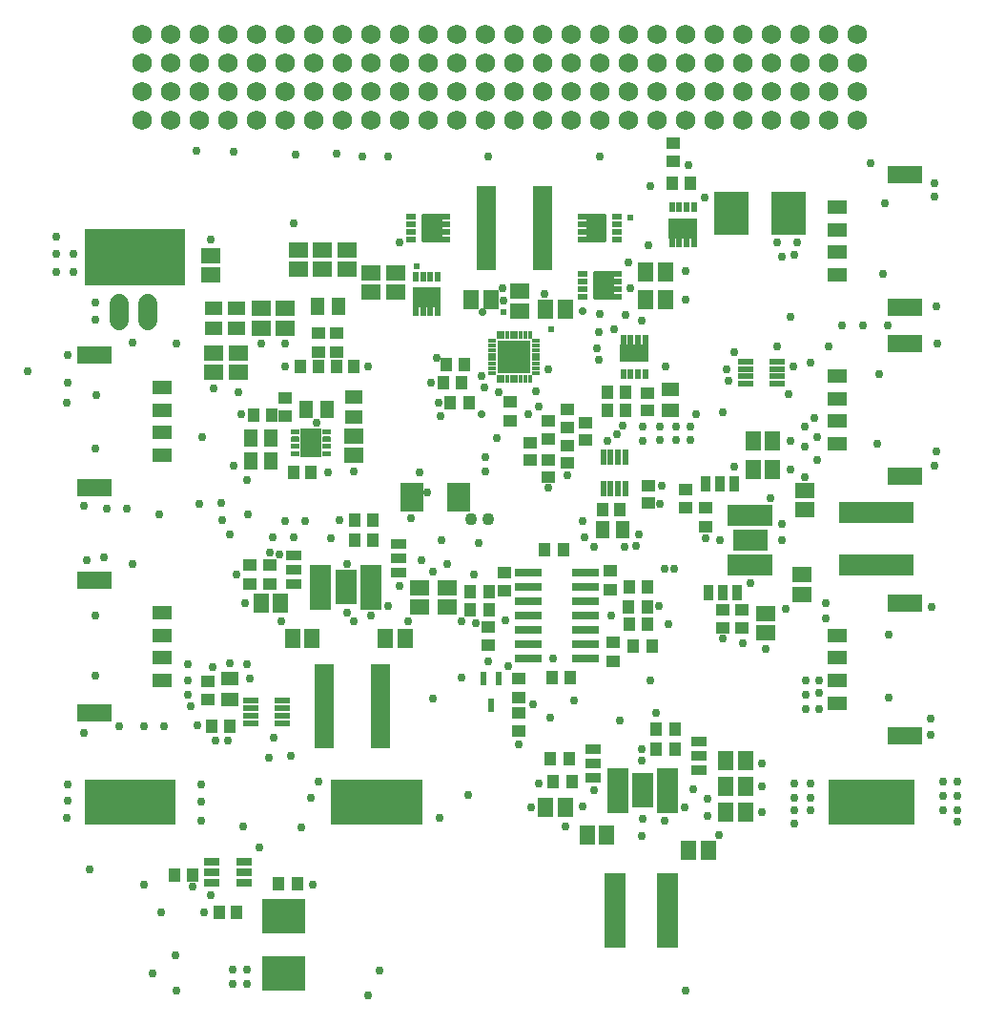
<source format=gbr>
G04 EAGLE Gerber RS-274X export*
G75*
%MOMM*%
%FSLAX34Y34*%
%LPD*%
%INSoldermask Top*%
%IPPOS*%
%AMOC8*
5,1,8,0,0,1.08239X$1,22.5*%
G01*
G04 Define Apertures*
%ADD10R,1.889000X0.482600*%
%ADD11R,1.854200X3.048000*%
%ADD12R,1.653200X1.303200*%
%ADD13R,3.103200X1.553200*%
%ADD14R,0.634200X1.400900*%
%ADD15R,0.482600X1.889000*%
%ADD16R,3.048000X1.854200*%
%ADD17R,1.400900X0.634200*%
%ADD18R,1.668500X1.367800*%
%ADD19R,1.367800X1.668500*%
%ADD20R,1.173400X1.124100*%
%ADD21R,1.124100X1.173400*%
%ADD22C,1.727200*%
%ADD23R,1.803200X7.553200*%
%ADD24R,1.903200X6.703200*%
%ADD25R,6.703200X1.903200*%
%ADD26R,0.603200X0.903200*%
%ADD27R,0.903200X0.603200*%
%ADD28R,0.508000X0.812800*%
%ADD29R,2.641600X1.600200*%
%ADD30C,1.727200*%
%ADD31R,1.623400X1.234400*%
%ADD32R,1.001900X1.177100*%
%ADD33R,1.177100X1.001900*%
%ADD34R,1.234400X1.623400*%
%ADD35R,1.473200X0.838200*%
%ADD36R,0.838200X1.473200*%
%ADD37R,0.753200X0.403200*%
%ADD38R,0.403200X0.753200*%
%ADD39R,2.997200X2.997200*%
%ADD40C,1.011200*%
%ADD41R,0.609600X1.282700*%
%ADD42R,2.473200X0.761200*%
%ADD43R,1.375500X0.761200*%
%ADD44R,2.016000X0.533400*%
%ADD45C,0.753200*%
%ADD46C,0.603200*%
%ADD47C,0.703200*%
%ADD48C,1.103200*%
G36*
X-368300Y240030D02*
X-279400Y240030D01*
X-279400Y190500D01*
X-368300Y190500D01*
X-368300Y240030D01*
G37*
G36*
X-368000Y-248290D02*
X-288000Y-248000D01*
X-288000Y-288000D01*
X-368000Y-288290D01*
X-368000Y-248290D01*
G37*
G36*
X292100Y-248000D02*
X368300Y-248000D01*
X368300Y-288000D01*
X292100Y-288000D01*
X292100Y-248000D01*
G37*
G36*
X-210820Y-405130D02*
X-172720Y-405130D01*
X-172720Y-435610D01*
X-210820Y-435610D01*
X-210820Y-405130D01*
G37*
G36*
X-210820Y-354330D02*
X-172720Y-354330D01*
X-172720Y-384810D01*
X-210820Y-384810D01*
X-210820Y-354330D01*
G37*
G36*
X190500Y234950D02*
X190500Y273050D01*
X220980Y273050D01*
X220980Y234950D01*
X190500Y234950D01*
G37*
G36*
X241300Y234950D02*
X241300Y273050D01*
X271780Y273050D01*
X271780Y234950D01*
X241300Y234950D01*
G37*
G36*
X-158640Y63550D02*
X-158640Y38050D01*
X-176640Y38050D01*
X-176640Y63550D01*
X-158640Y63550D01*
G37*
G36*
X-77135Y171134D02*
X-77147Y171256D01*
X-77147Y187954D01*
X-77135Y188076D01*
X-77097Y188200D01*
X-77036Y188314D01*
X-76954Y188414D01*
X-76854Y188496D01*
X-76740Y188557D01*
X-76616Y188595D01*
X-76494Y188607D01*
X-53046Y188607D01*
X-52924Y188595D01*
X-52800Y188557D01*
X-52686Y188496D01*
X-52586Y188414D01*
X-52504Y188314D01*
X-52443Y188200D01*
X-52405Y188076D01*
X-52393Y187954D01*
X-52393Y171256D01*
X-52405Y171134D01*
X-52443Y171010D01*
X-52504Y170896D01*
X-52586Y170796D01*
X-52686Y170714D01*
X-52800Y170653D01*
X-52924Y170615D01*
X-53046Y170603D01*
X-76494Y170603D01*
X-76616Y170615D01*
X-76740Y170653D01*
X-76854Y170714D01*
X-76954Y170796D01*
X-77036Y170896D01*
X-77097Y171010D01*
X-77135Y171134D01*
G37*
G36*
X-51754Y228935D02*
X-51876Y228923D01*
X-68574Y228923D01*
X-68696Y228935D01*
X-68820Y228973D01*
X-68934Y229034D01*
X-69034Y229116D01*
X-69116Y229216D01*
X-69177Y229330D01*
X-69215Y229454D01*
X-69227Y229576D01*
X-69227Y253024D01*
X-69215Y253146D01*
X-69177Y253270D01*
X-69116Y253384D01*
X-69034Y253484D01*
X-68934Y253566D01*
X-68820Y253627D01*
X-68696Y253665D01*
X-68574Y253677D01*
X-51876Y253677D01*
X-51754Y253665D01*
X-51630Y253627D01*
X-51516Y253566D01*
X-51416Y253484D01*
X-51334Y253384D01*
X-51273Y253270D01*
X-51235Y253146D01*
X-51223Y253024D01*
X-51223Y229576D01*
X-51235Y229454D01*
X-51273Y229330D01*
X-51334Y229216D01*
X-51416Y229116D01*
X-51516Y229034D01*
X-51630Y228973D01*
X-51754Y228935D01*
G37*
G36*
X77154Y253665D02*
X77276Y253677D01*
X93974Y253677D01*
X94096Y253665D01*
X94220Y253627D01*
X94334Y253566D01*
X94434Y253484D01*
X94516Y253384D01*
X94577Y253270D01*
X94615Y253146D01*
X94627Y253024D01*
X94627Y229576D01*
X94615Y229454D01*
X94577Y229330D01*
X94516Y229216D01*
X94434Y229116D01*
X94334Y229034D01*
X94220Y228973D01*
X94096Y228935D01*
X93974Y228923D01*
X77276Y228923D01*
X77154Y228935D01*
X77030Y228973D01*
X76916Y229034D01*
X76816Y229116D01*
X76734Y229216D01*
X76673Y229330D01*
X76635Y229454D01*
X76623Y229576D01*
X76623Y253024D01*
X76635Y253146D01*
X76673Y253270D01*
X76734Y253384D01*
X76816Y253484D01*
X76916Y253566D01*
X77030Y253627D01*
X77154Y253665D01*
G37*
G36*
X100646Y178135D02*
X100524Y178123D01*
X83826Y178123D01*
X83704Y178135D01*
X83580Y178173D01*
X83466Y178234D01*
X83366Y178316D01*
X83284Y178416D01*
X83223Y178530D01*
X83185Y178654D01*
X83173Y178776D01*
X83173Y202224D01*
X83185Y202346D01*
X83223Y202470D01*
X83284Y202584D01*
X83366Y202684D01*
X83466Y202766D01*
X83580Y202827D01*
X83704Y202865D01*
X83826Y202877D01*
X100524Y202877D01*
X100646Y202865D01*
X100770Y202827D01*
X100884Y202766D01*
X100984Y202684D01*
X101066Y202584D01*
X101127Y202470D01*
X101165Y202346D01*
X101177Y202224D01*
X101177Y178776D01*
X101165Y178654D01*
X101127Y178530D01*
X101066Y178416D01*
X100984Y178316D01*
X100884Y178234D01*
X100770Y178173D01*
X100646Y178135D01*
G37*
G36*
X150195Y232580D02*
X150183Y232702D01*
X150183Y249400D01*
X150195Y249522D01*
X150233Y249646D01*
X150294Y249760D01*
X150376Y249860D01*
X150476Y249942D01*
X150590Y250003D01*
X150714Y250041D01*
X150836Y250053D01*
X174284Y250053D01*
X174406Y250041D01*
X174530Y250003D01*
X174644Y249942D01*
X174744Y249860D01*
X174826Y249760D01*
X174887Y249646D01*
X174925Y249522D01*
X174937Y249400D01*
X174937Y232702D01*
X174925Y232580D01*
X174887Y232456D01*
X174826Y232342D01*
X174744Y232242D01*
X174644Y232160D01*
X174530Y232099D01*
X174406Y232061D01*
X174284Y232049D01*
X150836Y232049D01*
X150714Y232061D01*
X150590Y232099D01*
X150476Y232160D01*
X150376Y232242D01*
X150294Y232342D01*
X150233Y232456D01*
X150195Y232580D01*
G37*
G36*
X-178229Y38841D02*
X-178435Y38800D01*
X-184845Y38800D01*
X-185051Y38841D01*
X-185230Y38960D01*
X-185349Y39139D01*
X-185390Y39345D01*
X-185390Y42755D01*
X-185349Y42961D01*
X-185230Y43140D01*
X-185051Y43259D01*
X-184845Y43300D01*
X-178435Y43300D01*
X-178229Y43259D01*
X-178050Y43140D01*
X-177931Y42961D01*
X-177890Y42755D01*
X-177890Y39345D01*
X-177931Y39139D01*
X-178050Y38960D01*
X-178229Y38841D01*
G37*
G36*
X-178229Y45341D02*
X-178435Y45300D01*
X-184845Y45300D01*
X-185051Y45341D01*
X-185230Y45460D01*
X-185349Y45639D01*
X-185390Y45845D01*
X-185390Y49255D01*
X-185349Y49461D01*
X-185230Y49640D01*
X-185051Y49759D01*
X-184845Y49800D01*
X-178435Y49800D01*
X-178229Y49759D01*
X-178050Y49640D01*
X-177931Y49461D01*
X-177890Y49255D01*
X-177890Y45845D01*
X-177931Y45639D01*
X-178050Y45460D01*
X-178229Y45341D01*
G37*
G36*
X-178229Y51841D02*
X-178435Y51800D01*
X-184845Y51800D01*
X-185051Y51841D01*
X-185230Y51960D01*
X-185349Y52139D01*
X-185390Y52345D01*
X-185390Y55755D01*
X-185349Y55961D01*
X-185230Y56140D01*
X-185051Y56259D01*
X-184845Y56300D01*
X-178435Y56300D01*
X-178229Y56259D01*
X-178050Y56140D01*
X-177931Y55961D01*
X-177890Y55755D01*
X-177890Y52345D01*
X-177931Y52139D01*
X-178050Y51960D01*
X-178229Y51841D01*
G37*
G36*
X-178229Y58341D02*
X-178435Y58300D01*
X-184845Y58300D01*
X-185051Y58341D01*
X-185230Y58460D01*
X-185349Y58639D01*
X-185390Y58845D01*
X-185390Y62255D01*
X-185349Y62461D01*
X-185230Y62640D01*
X-185051Y62759D01*
X-184845Y62800D01*
X-178435Y62800D01*
X-178229Y62759D01*
X-178050Y62640D01*
X-177931Y62461D01*
X-177890Y62255D01*
X-177890Y58845D01*
X-177931Y58639D01*
X-178050Y58460D01*
X-178229Y58341D01*
G37*
G36*
X-150229Y38841D02*
X-150435Y38800D01*
X-156845Y38800D01*
X-157051Y38841D01*
X-157230Y38960D01*
X-157349Y39139D01*
X-157390Y39345D01*
X-157390Y42755D01*
X-157349Y42961D01*
X-157230Y43140D01*
X-157051Y43259D01*
X-156845Y43300D01*
X-150435Y43300D01*
X-150229Y43259D01*
X-150050Y43140D01*
X-149931Y42961D01*
X-149890Y42755D01*
X-149890Y39345D01*
X-149931Y39139D01*
X-150050Y38960D01*
X-150229Y38841D01*
G37*
G36*
X-150229Y45341D02*
X-150435Y45300D01*
X-156845Y45300D01*
X-157051Y45341D01*
X-157230Y45460D01*
X-157349Y45639D01*
X-157390Y45845D01*
X-157390Y49255D01*
X-157349Y49461D01*
X-157230Y49640D01*
X-157051Y49759D01*
X-156845Y49800D01*
X-150435Y49800D01*
X-150229Y49759D01*
X-150050Y49640D01*
X-149931Y49461D01*
X-149890Y49255D01*
X-149890Y45845D01*
X-149931Y45639D01*
X-150050Y45460D01*
X-150229Y45341D01*
G37*
G36*
X-150229Y51841D02*
X-150435Y51800D01*
X-156845Y51800D01*
X-157051Y51841D01*
X-157230Y51960D01*
X-157349Y52139D01*
X-157390Y52345D01*
X-157390Y55755D01*
X-157349Y55961D01*
X-157230Y56140D01*
X-157051Y56259D01*
X-156845Y56300D01*
X-150435Y56300D01*
X-150229Y56259D01*
X-150050Y56140D01*
X-149931Y55961D01*
X-149890Y55755D01*
X-149890Y52345D01*
X-149931Y52139D01*
X-150050Y51960D01*
X-150229Y51841D01*
G37*
G36*
X-150229Y58341D02*
X-150435Y58300D01*
X-156845Y58300D01*
X-157051Y58341D01*
X-157230Y58460D01*
X-157349Y58639D01*
X-157390Y58845D01*
X-157390Y62255D01*
X-157349Y62461D01*
X-157230Y62640D01*
X-157051Y62759D01*
X-156845Y62800D01*
X-150435Y62800D01*
X-150229Y62759D01*
X-150050Y62640D01*
X-149931Y62461D01*
X-149890Y62255D01*
X-149890Y58845D01*
X-149931Y58639D01*
X-150050Y58460D01*
X-150229Y58341D01*
G37*
G36*
X-72893Y168503D02*
X-76147Y168503D01*
X-76147Y173757D01*
X-72893Y173757D01*
X-72893Y168503D01*
G37*
G36*
X-66393Y168503D02*
X-69647Y168503D01*
X-69647Y173757D01*
X-66393Y173757D01*
X-66393Y168503D01*
G37*
G36*
X-59893Y168503D02*
X-63147Y168503D01*
X-63147Y173757D01*
X-59893Y173757D01*
X-59893Y168503D01*
G37*
G36*
X-53393Y168503D02*
X-56647Y168503D01*
X-56647Y173757D01*
X-53393Y173757D01*
X-53393Y168503D01*
G37*
G36*
X-49123Y233177D02*
X-49123Y229923D01*
X-54377Y229923D01*
X-54377Y233177D01*
X-49123Y233177D01*
G37*
G36*
X-49123Y239677D02*
X-49123Y236423D01*
X-54377Y236423D01*
X-54377Y239677D01*
X-49123Y239677D01*
G37*
G36*
X-49123Y246177D02*
X-49123Y242923D01*
X-54377Y242923D01*
X-54377Y246177D01*
X-49123Y246177D01*
G37*
G36*
X-49123Y252677D02*
X-49123Y249423D01*
X-54377Y249423D01*
X-54377Y252677D01*
X-49123Y252677D01*
G37*
G36*
X74523Y229923D02*
X74523Y233177D01*
X79777Y233177D01*
X79777Y229923D01*
X74523Y229923D01*
G37*
G36*
X74523Y236423D02*
X74523Y239677D01*
X79777Y239677D01*
X79777Y236423D01*
X74523Y236423D01*
G37*
G36*
X74523Y242923D02*
X74523Y246177D01*
X79777Y246177D01*
X79777Y242923D01*
X74523Y242923D01*
G37*
G36*
X74523Y249423D02*
X74523Y252677D01*
X79777Y252677D01*
X79777Y249423D01*
X74523Y249423D01*
G37*
G36*
X103277Y182377D02*
X103277Y179123D01*
X98023Y179123D01*
X98023Y182377D01*
X103277Y182377D01*
G37*
G36*
X103277Y188877D02*
X103277Y185623D01*
X98023Y185623D01*
X98023Y188877D01*
X103277Y188877D01*
G37*
G36*
X103277Y195377D02*
X103277Y192123D01*
X98023Y192123D01*
X98023Y195377D01*
X103277Y195377D01*
G37*
G36*
X103277Y201877D02*
X103277Y198623D01*
X98023Y198623D01*
X98023Y201877D01*
X103277Y201877D01*
G37*
G36*
X154437Y229949D02*
X151183Y229949D01*
X151183Y235203D01*
X154437Y235203D01*
X154437Y229949D01*
G37*
G36*
X160937Y229949D02*
X157683Y229949D01*
X157683Y235203D01*
X160937Y235203D01*
X160937Y229949D01*
G37*
G36*
X167437Y229949D02*
X164183Y229949D01*
X164183Y235203D01*
X167437Y235203D01*
X167437Y229949D01*
G37*
G36*
X173937Y229949D02*
X170683Y229949D01*
X170683Y235203D01*
X173937Y235203D01*
X173937Y229949D01*
G37*
G36*
X-149500Y-288000D02*
X-149500Y-248000D01*
X-68580Y-248000D01*
X-68580Y-288000D01*
X-149500Y-288000D01*
G37*
D10*
X-114269Y-94970D03*
X-114269Y-89970D03*
X-114269Y-84970D03*
X-114269Y-79970D03*
X-114269Y-74970D03*
X-114269Y-69970D03*
X-114269Y-64970D03*
X-114269Y-59970D03*
X-158957Y-59970D03*
X-158957Y-64970D03*
X-158957Y-69970D03*
X-158957Y-74970D03*
X-158957Y-79970D03*
X-158957Y-84970D03*
X-158957Y-89970D03*
X-158957Y-94970D03*
D11*
X-136613Y-77470D03*
D12*
X-300000Y100000D03*
X-300000Y80000D03*
X-300000Y60000D03*
X-300000Y40000D03*
D13*
X-359750Y128950D03*
X-359750Y11050D03*
D12*
X300000Y50000D03*
X300000Y70000D03*
X300000Y90000D03*
X300000Y110000D03*
D13*
X359750Y21050D03*
X359750Y138950D03*
D14*
X91850Y9886D03*
X98350Y9886D03*
X104850Y9886D03*
X111350Y9886D03*
X111350Y38374D03*
X104850Y38374D03*
X98350Y38374D03*
X91850Y38374D03*
D15*
X239750Y-13216D03*
X234750Y-13216D03*
X229750Y-13216D03*
X224750Y-13216D03*
X219750Y-13216D03*
X214750Y-13216D03*
X209750Y-13216D03*
X204750Y-13216D03*
X204750Y-57904D03*
X209750Y-57904D03*
X214750Y-57904D03*
X219750Y-57904D03*
X224750Y-57904D03*
X229750Y-57904D03*
X234750Y-57904D03*
X239750Y-57904D03*
D16*
X222250Y-35560D03*
D12*
X-300000Y-100000D03*
X-300000Y-120000D03*
X-300000Y-140000D03*
X-300000Y-160000D03*
D13*
X-359750Y-71050D03*
X-359750Y-188950D03*
D12*
X300000Y-180000D03*
X300000Y-160000D03*
X300000Y-140000D03*
X300000Y-120000D03*
D13*
X359750Y-208950D03*
X359750Y-91050D03*
D17*
X246654Y103280D03*
X246654Y109780D03*
X246654Y116280D03*
X246654Y122780D03*
X218166Y122780D03*
X218166Y116280D03*
X218166Y109780D03*
X218166Y103280D03*
D10*
X149344Y-275310D03*
X149344Y-270310D03*
X149344Y-265310D03*
X149344Y-260310D03*
X149344Y-255310D03*
X149344Y-250310D03*
X149344Y-245310D03*
X149344Y-240310D03*
X104656Y-240310D03*
X104656Y-245310D03*
X104656Y-250310D03*
X104656Y-255310D03*
X104656Y-260310D03*
X104656Y-265310D03*
X104656Y-270310D03*
X104656Y-275310D03*
D11*
X127000Y-257810D03*
D12*
X300000Y200000D03*
X300000Y220000D03*
X300000Y240000D03*
X300000Y260000D03*
D13*
X359750Y171050D03*
X359750Y288950D03*
D17*
X-221254Y-178210D03*
X-221254Y-184710D03*
X-221254Y-191210D03*
X-221254Y-197710D03*
X-192766Y-197710D03*
X-192766Y-191210D03*
X-192766Y-184710D03*
X-192766Y-178210D03*
D18*
X-254000Y130674D03*
X-254000Y113166D03*
X-232410Y113166D03*
X-232410Y130674D03*
X-114300Y184286D03*
X-114300Y201794D03*
D19*
X-7756Y177800D03*
X-25264Y177800D03*
X40776Y168910D03*
X58284Y168910D03*
X-83956Y-123190D03*
X-101464Y-123190D03*
X129676Y177800D03*
X147184Y177800D03*
X129676Y201930D03*
X147184Y201930D03*
D18*
X-157480Y204606D03*
X-157480Y222114D03*
D20*
X131070Y95236D03*
X131070Y79744D03*
D18*
X17780Y185284D03*
X17780Y167776D03*
D20*
X59690Y48386D03*
X59690Y32894D03*
X76200Y68706D03*
X76200Y53214D03*
X26670Y50926D03*
X26670Y35434D03*
D18*
X-135890Y204606D03*
X-135890Y222114D03*
D20*
X43180Y35686D03*
X43180Y20194D03*
D19*
X-166506Y-123190D03*
X-184014Y-123190D03*
D18*
X-46990Y-77606D03*
X-46990Y-95114D03*
X-71120Y-77606D03*
X-71120Y-95114D03*
D19*
X-194446Y-91440D03*
X-211954Y-91440D03*
D18*
X270510Y8754D03*
X270510Y-8754D03*
X267970Y-66110D03*
X267970Y-83618D03*
D19*
X224926Y26924D03*
X242434Y26924D03*
D18*
X-256540Y199526D03*
X-256540Y217034D03*
D19*
X224926Y52070D03*
X242434Y52070D03*
D18*
X236220Y-100466D03*
X236220Y-117974D03*
D19*
X185284Y-310817D03*
X167776Y-310817D03*
X95114Y-297180D03*
X77606Y-297180D03*
X200796Y-254000D03*
X218304Y-254000D03*
X200796Y-276860D03*
X218304Y-276860D03*
X200796Y-231140D03*
X218304Y-231140D03*
X58284Y-273050D03*
X40776Y-273050D03*
D21*
X91314Y-8890D03*
X106806Y-8890D03*
D18*
X-212090Y170044D03*
X-212090Y152536D03*
D20*
X-259080Y-161164D03*
X-259080Y-176656D03*
X132080Y12826D03*
X132080Y-2666D03*
D21*
X-239904Y-200660D03*
X-255396Y-200660D03*
X-233554Y-365760D03*
X-249046Y-365760D03*
D18*
X-92710Y184286D03*
X-92710Y201794D03*
X-190500Y170044D03*
X-190500Y152536D03*
X-179070Y204606D03*
X-179070Y222114D03*
D21*
X-161164Y118110D03*
X-176656Y118110D03*
X-144906Y118110D03*
X-129414Y118110D03*
X-183006Y24130D03*
X-167514Y24130D03*
X-202750Y74930D03*
X-218242Y74930D03*
D20*
X-190500Y90296D03*
X-190500Y74804D03*
D18*
X-129540Y57014D03*
X-129540Y39506D03*
D22*
X-317500Y337300D03*
X-317500Y362700D03*
X-292100Y337300D03*
X-292100Y362700D03*
X-266700Y337300D03*
X-266700Y362700D03*
X-241300Y337300D03*
X-241300Y362700D03*
X-215900Y337300D03*
X-215900Y362700D03*
X-190500Y337300D03*
X-190500Y362700D03*
X-165100Y337300D03*
X-165100Y362700D03*
X-139700Y337300D03*
X-139700Y362700D03*
X-114300Y337300D03*
X-114300Y362700D03*
X-88900Y337300D03*
X-88900Y362700D03*
X-63500Y337300D03*
X-63500Y362700D03*
X-38100Y337300D03*
X-38100Y362700D03*
X-12700Y337300D03*
X-12700Y362700D03*
X12700Y337300D03*
X12700Y362700D03*
X38100Y337300D03*
X38100Y362700D03*
X63500Y337300D03*
X63500Y362700D03*
X88900Y337300D03*
X88900Y362700D03*
X114300Y337300D03*
X114300Y362700D03*
X139700Y337300D03*
X139700Y362700D03*
X165100Y337300D03*
X165100Y362700D03*
X190500Y337300D03*
X190500Y362700D03*
X215900Y337300D03*
X215900Y362700D03*
X241300Y337300D03*
X241300Y362700D03*
X266700Y337300D03*
X266700Y362700D03*
X292100Y337300D03*
X292100Y362700D03*
X317500Y337300D03*
X317500Y362700D03*
X-317500Y388100D03*
X-317500Y413500D03*
X-292100Y388100D03*
X-292100Y413500D03*
X-266700Y388100D03*
X-266700Y413500D03*
X-241300Y388100D03*
X-241300Y413500D03*
X-215900Y388100D03*
X-215900Y413500D03*
X-190500Y388100D03*
X-190500Y413500D03*
X-165100Y388100D03*
X-165100Y413500D03*
X-139700Y388100D03*
X-139700Y413500D03*
X-114300Y388100D03*
X-114300Y413500D03*
X-88900Y388100D03*
X-88900Y413500D03*
X-63500Y388100D03*
X-63500Y413500D03*
X-38100Y388100D03*
X-38100Y413500D03*
X-12700Y388100D03*
X-12700Y413500D03*
X12700Y388100D03*
X12700Y413500D03*
X38100Y388100D03*
X38100Y413500D03*
X63500Y388100D03*
X63500Y413500D03*
X88900Y388100D03*
X88900Y413500D03*
X114300Y388100D03*
X114300Y413500D03*
X139700Y388100D03*
X139700Y413500D03*
X165100Y388100D03*
X165100Y413500D03*
X190500Y388100D03*
X190500Y413500D03*
X215900Y388100D03*
X215900Y413500D03*
X241300Y388100D03*
X241300Y413500D03*
X266700Y388100D03*
X266700Y413500D03*
X292100Y388100D03*
X292100Y413500D03*
X317500Y388100D03*
X317500Y413500D03*
D23*
X-105810Y-182880D03*
X-155810Y-182880D03*
D24*
X148730Y-364490D03*
X102730Y-364490D03*
D25*
X334010Y-11290D03*
X334010Y-57290D03*
D23*
X-12300Y241300D03*
X37700Y241300D03*
D26*
X-55020Y198380D03*
X-61520Y198380D03*
X-68020Y198380D03*
X-74520Y198380D03*
X-74520Y167380D03*
X-68020Y167380D03*
X-61520Y167380D03*
X-55020Y167380D03*
D27*
X73400Y200250D03*
X73400Y193750D03*
X73400Y187250D03*
X73400Y180750D03*
X104400Y180750D03*
X104400Y187250D03*
X104400Y193750D03*
X104400Y200250D03*
X-79000Y251050D03*
X-79000Y244550D03*
X-79000Y238050D03*
X-79000Y231550D03*
X-48000Y231550D03*
X-48000Y238050D03*
X-48000Y244550D03*
X-48000Y251050D03*
X104400Y231550D03*
X104400Y238050D03*
X104400Y244550D03*
X104400Y251050D03*
X73400Y251050D03*
X73400Y244550D03*
X73400Y238050D03*
X73400Y231550D03*
D26*
X172310Y259826D03*
X165810Y259826D03*
X159310Y259826D03*
X152810Y259826D03*
X152810Y228826D03*
X159310Y228826D03*
X165810Y228826D03*
X172310Y228826D03*
D28*
X109630Y111506D03*
X116130Y111506D03*
X122630Y111506D03*
X129130Y111506D03*
X129130Y142494D03*
X122630Y142494D03*
X116130Y142494D03*
X109630Y142494D03*
D29*
X119380Y130556D03*
D30*
X-312420Y158750D02*
X-312420Y173990D01*
X-337820Y173990D02*
X-337820Y158750D01*
D31*
X-254000Y170485D03*
X-254000Y152095D03*
D32*
X-31218Y120483D03*
X-47522Y120483D03*
X-50062Y104140D03*
X-33758Y104140D03*
X-43712Y86360D03*
X-27408Y86360D03*
D33*
X8890Y70588D03*
X8890Y86892D03*
X59690Y80542D03*
X59690Y64238D03*
X43180Y70382D03*
X43180Y54078D03*
X-161290Y147852D03*
X-161290Y131548D03*
D32*
X-112498Y-35560D03*
X-128802Y-35560D03*
X-128802Y-17780D03*
X-112498Y-17780D03*
D33*
X16510Y-175033D03*
X16510Y-158729D03*
D32*
X131342Y-110490D03*
X115038Y-110490D03*
X46458Y-157480D03*
X62762Y-157480D03*
X135152Y-129540D03*
X118848Y-129540D03*
D33*
X100330Y-126468D03*
X100330Y-142772D03*
D32*
X130831Y-94491D03*
X114527Y-94491D03*
X40108Y-44450D03*
X56412Y-44450D03*
X131342Y-77470D03*
X115038Y-77470D03*
D33*
X97790Y-79272D03*
X97790Y-62968D03*
D32*
X-9628Y-97790D03*
X-25932Y-97790D03*
D33*
X-10160Y-112498D03*
X-10160Y-128802D03*
D32*
X-9628Y-81280D03*
X-25932Y-81280D03*
D33*
X3810Y-64238D03*
X3810Y-80542D03*
D32*
X155472Y-203367D03*
X139168Y-203367D03*
X139168Y-220980D03*
X155472Y-220980D03*
D31*
X-233680Y170485D03*
X-233680Y152095D03*
D33*
X165100Y-6882D03*
X165100Y9422D03*
X182880Y-23392D03*
X182880Y-7088D03*
X-222250Y-74192D03*
X-222250Y-57888D03*
X-204470Y-57888D03*
X-204470Y-74192D03*
D32*
X61492Y-229870D03*
X45188Y-229870D03*
X47728Y-250190D03*
X64032Y-250190D03*
D33*
X214630Y-97258D03*
X214630Y-113562D03*
X198120Y-113562D03*
X198120Y-97258D03*
D34*
X109525Y-26670D03*
X91135Y-26670D03*
D33*
X-144780Y131548D03*
X-144780Y147852D03*
D31*
X-240030Y-176835D03*
X-240030Y-158445D03*
D32*
X-179808Y-340360D03*
X-196112Y-340360D03*
X153138Y280670D03*
X169442Y280670D03*
D33*
X153670Y316762D03*
X153670Y300458D03*
D32*
X112042Y95810D03*
X95738Y95810D03*
X112042Y79300D03*
X95738Y79300D03*
D34*
X-161595Y171450D03*
X-143205Y171450D03*
X-221285Y34290D03*
X-202895Y34290D03*
X-221285Y54610D03*
X-202895Y54610D03*
X-153365Y80010D03*
X-171755Y80010D03*
D31*
X151350Y79435D03*
X151350Y97825D03*
X-129540Y73355D03*
X-129540Y91745D03*
D35*
X82550Y-246380D03*
X82550Y-233680D03*
X82550Y-220980D03*
X-90170Y-39370D03*
X-90170Y-52070D03*
X-90170Y-64770D03*
D36*
X182880Y13970D03*
X195580Y13970D03*
X208280Y13970D03*
X210820Y-82550D03*
X198120Y-82550D03*
X185420Y-82550D03*
D35*
X-182880Y-74930D03*
X-182880Y-62230D03*
X-182880Y-49530D03*
X176530Y-214630D03*
X176530Y-227330D03*
X176530Y-240030D03*
D37*
X-6550Y141000D03*
X-6550Y137000D03*
X-6550Y133000D03*
X-6550Y129000D03*
X-6550Y125000D03*
X-6550Y121000D03*
X-6550Y117000D03*
X-6550Y113000D03*
D38*
X-1300Y107750D03*
X2700Y107750D03*
X6700Y107750D03*
X10700Y107750D03*
X14700Y107750D03*
X18700Y107750D03*
X22700Y107750D03*
X26700Y107750D03*
D37*
X31950Y113000D03*
X31950Y117000D03*
X31950Y121000D03*
X31950Y125000D03*
X31950Y129000D03*
X31950Y133000D03*
X31950Y137000D03*
X31950Y141000D03*
D38*
X26700Y146250D03*
X22700Y146250D03*
X18700Y146250D03*
X14700Y146250D03*
X10700Y146250D03*
X6700Y146250D03*
X2700Y146250D03*
X-1300Y146250D03*
D39*
X12700Y127000D03*
D40*
X6350Y133350D03*
X19050Y133350D03*
X6350Y120650D03*
X19050Y120650D03*
D41*
X-1120Y-158052D03*
X-14120Y-158052D03*
X-7620Y-182308D03*
D42*
X75938Y-140970D03*
X75938Y-128270D03*
X75938Y-115570D03*
X75938Y-102870D03*
X75938Y-90170D03*
X75938Y-77470D03*
X75938Y-64770D03*
X25662Y-64770D03*
X25662Y-77470D03*
X25662Y-90170D03*
X25662Y-102870D03*
X25662Y-115570D03*
X25662Y-128270D03*
X25662Y-140970D03*
D43*
X-226675Y-339700D03*
X-226675Y-330200D03*
X-226675Y-320700D03*
X-255925Y-320700D03*
X-255925Y-330200D03*
X-255925Y-339700D03*
D44*
X-36203Y-7460D03*
X-36203Y-2460D03*
X-36203Y2540D03*
X-36203Y7540D03*
X-36203Y12540D03*
X-78097Y12540D03*
X-78097Y7540D03*
X-78097Y2540D03*
X-78097Y-2460D03*
X-78097Y-7460D03*
D21*
X-272924Y-332740D03*
X-288416Y-332740D03*
D20*
X16510Y-189104D03*
X16510Y-204596D03*
D45*
X59690Y21590D03*
X-54610Y86360D03*
X31750Y96520D03*
X-2540Y54610D03*
X-19050Y-38100D03*
X-262890Y-365760D03*
X-213360Y-308610D03*
X-316230Y-341630D03*
X-256540Y-350520D03*
X165100Y203200D03*
X165100Y177800D03*
X167640Y297180D03*
X181610Y267970D03*
X-182880Y245110D03*
X-181610Y306070D03*
X-121920Y304800D03*
X-99060Y304800D03*
X132080Y226060D03*
X133350Y278130D03*
X88900Y304800D03*
X-10160Y304800D03*
X-212090Y138430D03*
X-190500Y138430D03*
X-190500Y118110D03*
X-254000Y99060D03*
X-232410Y95250D03*
X-12700Y25400D03*
X-142240Y-17780D03*
X-129540Y25400D03*
X-152400Y24130D03*
X-162560Y68580D03*
X-364490Y-327660D03*
X-265430Y-252730D03*
X-265430Y-284480D03*
X-176530Y-290830D03*
X-53340Y-281940D03*
X-161290Y-250190D03*
X-384810Y-281940D03*
X-369570Y-207010D03*
X-298450Y-200660D03*
X-369570Y-5080D03*
X-326390Y-57150D03*
X-302260Y-12700D03*
X-383540Y104140D03*
X-268680Y-200100D03*
X-226060Y-91440D03*
X-204470Y-46990D03*
X-228004Y-289560D03*
X-224790Y-416560D03*
X-237490Y-416560D03*
X-237490Y-429260D03*
X-224790Y-429260D03*
X-288290Y-403860D03*
X-300990Y-365760D03*
X382270Y-194310D03*
X382270Y-208280D03*
X383540Y-95250D03*
X289560Y-91440D03*
X289560Y-105410D03*
X303530Y154940D03*
X322580Y154940D03*
X344170Y154940D03*
X386080Y30480D03*
X387350Y43180D03*
X328930Y298450D03*
X386080Y280670D03*
X386080Y269240D03*
X388620Y138430D03*
X387350Y171450D03*
X260350Y118110D03*
X257810Y162560D03*
X292100Y135890D03*
X-52691Y74309D03*
X125730Y-220980D03*
X182880Y-34290D03*
X-167777Y-264116D03*
X34290Y-251460D03*
X-34290Y-157480D03*
X-34290Y-107950D03*
X232410Y-233680D03*
X232410Y-254000D03*
X232410Y-276860D03*
X236220Y-132080D03*
X198120Y-123190D03*
X-337820Y-200660D03*
X-316230Y-200660D03*
X-367030Y-53340D03*
X-351790Y-50800D03*
X-349250Y-7620D03*
X-383540Y128270D03*
X-384810Y86360D03*
X-331470Y-7620D03*
X149421Y-110353D03*
X257810Y52070D03*
X257810Y26670D03*
X16510Y-217170D03*
X-78740Y-16510D03*
X-21590Y-109220D03*
X198120Y77470D03*
X250190Y-35560D03*
X250190Y-21590D03*
X127000Y-283210D03*
X146050Y-284480D03*
X125730Y-231140D03*
X-135890Y-100330D03*
X-129540Y-107950D03*
X-114300Y-102870D03*
X-60960Y104140D03*
X5080Y-106680D03*
X-256540Y231140D03*
X-116840Y118110D03*
X-229870Y76200D03*
X86360Y134620D03*
X-144780Y307340D03*
X-269240Y309880D03*
X43180Y10862D03*
X125730Y-298450D03*
X-236220Y308610D03*
X2540Y187960D03*
X142240Y-3810D03*
X95250Y52070D03*
X-135890Y-57150D03*
X83820Y-257810D03*
X222250Y-73660D03*
X195580Y-35560D03*
X27940Y-273050D03*
X-205144Y-228600D03*
X-383540Y-252730D03*
X-265430Y-267970D03*
X-383540Y-266700D03*
X140970Y-93866D03*
X-359410Y-102870D03*
X-359410Y-156210D03*
X-359410Y45720D03*
X-358140Y92710D03*
X336550Y111760D03*
X335280Y49530D03*
X341630Y262890D03*
X340360Y200660D03*
X345440Y-119380D03*
X345440Y-175260D03*
X-195580Y-48260D03*
X-88900Y228600D03*
D46*
X3136Y166769D03*
X115570Y250190D03*
D45*
X39370Y182880D03*
D46*
X45720Y151130D03*
D47*
X73660Y167640D03*
D45*
X87630Y124460D03*
X147320Y118110D03*
X261620Y-251460D03*
X261620Y-264160D03*
X406400Y-262890D03*
X406400Y-250190D03*
X406400Y-275590D03*
X261620Y-275590D03*
X261620Y-287020D03*
X406400Y-285750D03*
X275590Y-251460D03*
X275590Y-264160D03*
X275590Y-275590D03*
X393700Y-250190D03*
X393700Y-262890D03*
X393700Y-275590D03*
X127000Y64770D03*
X142240Y64770D03*
X168910Y64770D03*
X173990Y76200D03*
X156210Y64770D03*
X-12700Y38100D03*
X127000Y52070D03*
X142240Y53340D03*
X156210Y53340D03*
X168910Y53340D03*
X3611Y176530D03*
X43180Y115570D03*
D47*
X-16510Y76200D03*
D45*
X-1270Y95250D03*
X25400Y76200D03*
X201220Y116280D03*
X-200660Y-210820D03*
X-185420Y-227330D03*
X103990Y58420D03*
X34290Y82550D03*
X208280Y130810D03*
X109220Y66040D03*
D46*
X-73506Y207164D03*
D47*
X-15240Y166381D03*
D45*
X88900Y165100D03*
X87630Y148590D03*
X111760Y163830D03*
X125730Y158750D03*
X114300Y210820D03*
X115570Y187960D03*
X101600Y151130D03*
X246380Y228600D03*
X264160Y228600D03*
X250190Y215900D03*
X261620Y217170D03*
X-16510Y110237D03*
X-55880Y125730D03*
X-13970Y100077D03*
X-393700Y233680D03*
X-393700Y201930D03*
X-393700Y218440D03*
X-378460Y218440D03*
X-378460Y201930D03*
X-224790Y17780D03*
X-236220Y30480D03*
X73660Y-271780D03*
X-194310Y-107950D03*
X-287020Y-435610D03*
X-419100Y114300D03*
X165100Y-435610D03*
X-59690Y-176530D03*
X58420Y-289560D03*
X254000Y-96520D03*
X-326390Y139700D03*
X-264160Y55880D03*
X46990Y-140970D03*
X-27940Y-261620D03*
X-233680Y-66040D03*
X-287020Y138430D03*
X-359410Y175260D03*
X-359410Y160020D03*
X215900Y-127000D03*
X-116840Y-439420D03*
X-106680Y-417830D03*
X-308610Y-420370D03*
X66040Y-177800D03*
X133350Y-160020D03*
X106680Y-195580D03*
X44450Y-193040D03*
X-149860Y-34290D03*
X-182880Y-33020D03*
X-201930Y-33020D03*
X-190500Y-19050D03*
X279400Y72390D03*
X270510Y64770D03*
X281940Y55880D03*
X270510Y46990D03*
X281940Y35560D03*
X-172720Y-19050D03*
X-266700Y-3810D03*
X-246380Y-17780D03*
X-223520Y-12700D03*
X-247650Y-2540D03*
X-240030Y-30480D03*
X123190Y-30480D03*
X110490Y-41910D03*
X120650Y-40640D03*
X283210Y-160020D03*
X283210Y-171450D03*
X283210Y-185420D03*
X-274320Y-182880D03*
X-276860Y-172720D03*
X-276860Y-160020D03*
X138430Y-189230D03*
X271780Y-185420D03*
X271780Y-172720D03*
X271780Y-160020D03*
X-276860Y-146050D03*
X-69854Y-53336D03*
X99060Y-102870D03*
X-273050Y-342900D03*
X-166370Y-341630D03*
X-241300Y-213360D03*
X-252730Y-213360D03*
X246380Y135890D03*
X203200Y105410D03*
X29210Y-181610D03*
D48*
X-10514Y-16898D03*
X-25400Y-16898D03*
D45*
X143510Y12700D03*
X-10160Y-143510D03*
X7664Y-147320D03*
X-46990Y-57150D03*
X-52070Y-35560D03*
X146050Y-60960D03*
X-64054Y7066D03*
X-71120Y24130D03*
X154940Y-60960D03*
X208280Y29210D03*
X275590Y121920D03*
X256540Y93980D03*
X-88900Y-76200D03*
X-22860Y-66040D03*
X73660Y-19050D03*
X74930Y-33020D03*
X83820Y-41910D03*
X-59690Y-63500D03*
X-255270Y-148590D03*
X-240030Y-144780D03*
X-224790Y-146050D03*
X-222250Y-158750D03*
X171450Y-256540D03*
X184150Y-280670D03*
X184150Y-265430D03*
X-99060Y-93980D03*
X-81280Y-107950D03*
X240030Y1270D03*
X270510Y20320D03*
X163830Y-273050D03*
X194310Y-297351D03*
M02*

</source>
